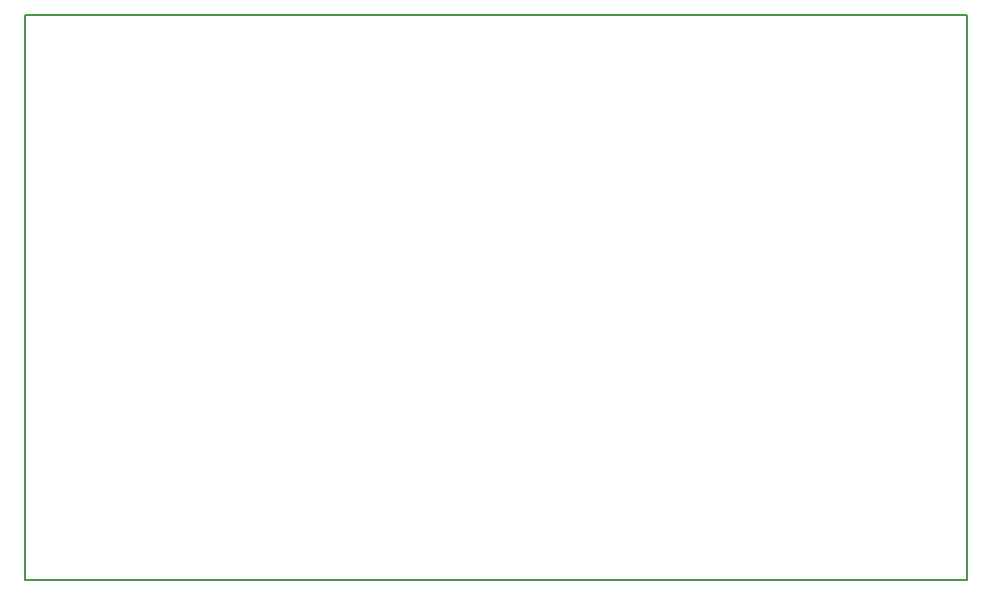
<source format=gm1>
G04 MADE WITH FRITZING*
G04 WWW.FRITZING.ORG*
G04 DOUBLE SIDED*
G04 HOLES PLATED*
G04 CONTOUR ON CENTER OF CONTOUR VECTOR*
%ASAXBY*%
%FSLAX23Y23*%
%MOIN*%
%OFA0B0*%
%SFA1.0B1.0*%
%ADD10R,3.149610X1.889760*%
%ADD11C,0.008000*%
%ADD10C,0.008*%
%LNCONTOUR*%
G90*
G70*
G54D10*
G54D11*
X4Y1886D02*
X3146Y1886D01*
X3146Y4D01*
X4Y4D01*
X4Y1886D01*
D02*
G04 End of contour*
M02*
</source>
